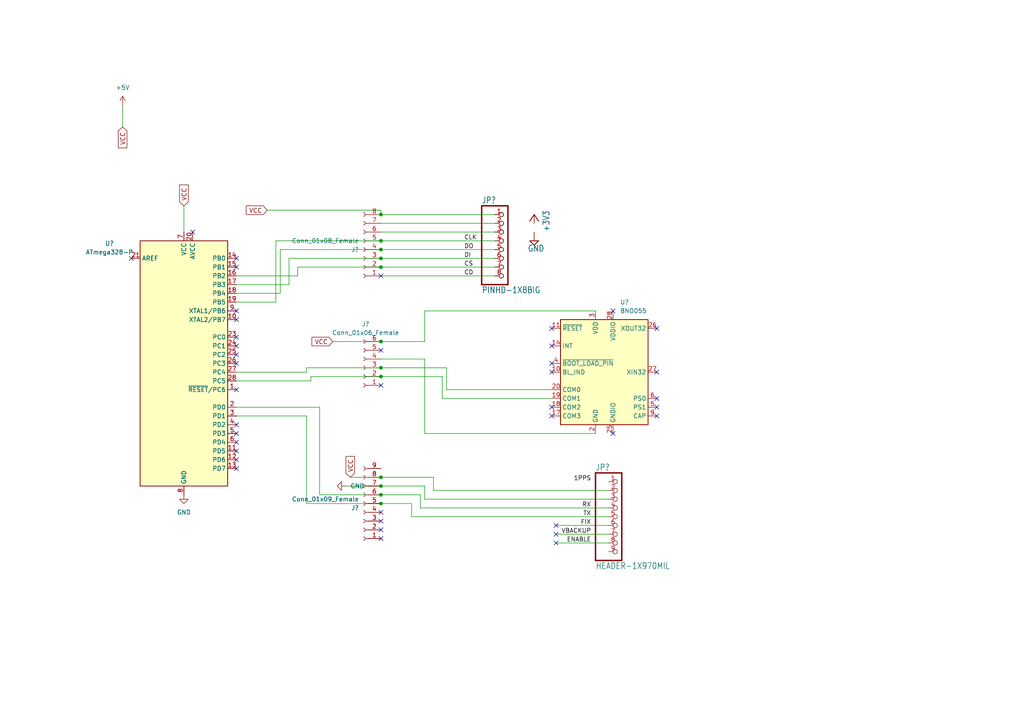
<source format=kicad_sch>
(kicad_sch (version 20211123) (generator eeschema)
  (paper "A4")
  (lib_symbols
    (symbol "Adafruit Ultimate GPS-eagle-import:HEADER-1X970MIL"
      (property "Reference" "JP" (at -6.35 13.335 0))
      (property "Value" "HEADER-1X970MIL" (at -6.35 -15.24 0))
      (symbol "HEADER-1X970MIL_1_0"
        (polyline (pts (xy -6.35 -12.7) (xy 1.27 -12.7)) (stroke (width 0.4064)))
        (polyline (pts (xy -6.35 12.7) (xy -6.35 -12.7)) (stroke (width 0.4064)))
        (polyline (pts (xy 1.27 -12.7) (xy 1.27 12.7)) (stroke (width 0.4064)))
        (polyline (pts (xy 1.27 12.7) (xy -6.35 12.7)) (stroke (width 0.4064)))
        (pin passive inverted (at -2.54 10.16 0) (length 2.54) (name "1") (number "1"))
        (pin passive inverted (at -2.54 7.62 0) (length 2.54) (name "2") (number "2"))
        (pin passive inverted (at -2.54 5.08 0) (length 2.54) (name "3") (number "3"))
        (pin passive inverted (at -2.54 2.54 0) (length 2.54) (name "4") (number "4"))
        (pin passive inverted (at -2.54 0 0) (length 2.54) (name "5") (number "5"))
        (pin passive inverted (at -2.54 -2.54 0) (length 2.54) (name "6") (number "6"))
        (pin passive inverted (at -2.54 -5.08 0) (length 2.54) (name "7") (number "7"))
        (pin passive inverted (at -2.54 -7.62 0) (length 2.54) (name "8") (number "8"))
        (pin passive inverted (at -2.54 -10.16 0) (length 2.54) (name "9") (number "9"))
      )
    )
    (symbol "Connector:Conn_01x06_Female" (pin_names (offset 1.016) hide)
      (property "Reference" "J" (at 0 7.62 0))
      (property "Value" "Conn_01x06_Female" (at 0 -10.16 0))
      (symbol "Conn_01x06_Female_1_1"
        (arc (start 0 -7.112) (mid -0.508 -7.62) (end 0 -8.128) (stroke (width 0.1524)))
        (arc (start 0 -4.572) (mid -0.508 -5.08) (end 0 -5.588) (stroke (width 0.1524)))
        (arc (start 0 -2.032) (mid -0.508 -2.54) (end 0 -3.048) (stroke (width 0.1524)))
        (polyline (pts (xy -1.27 -7.62) (xy -0.508 -7.62)) (stroke (width 0.1524)))
        (polyline (pts (xy -1.27 -5.08) (xy -0.508 -5.08)) (stroke (width 0.1524)))
        (polyline (pts (xy -1.27 -2.54) (xy -0.508 -2.54)) (stroke (width 0.1524)))
        (polyline (pts (xy -1.27 0) (xy -0.508 0)) (stroke (width 0.1524)))
        (polyline (pts (xy -1.27 2.54) (xy -0.508 2.54)) (stroke (width 0.1524)))
        (polyline (pts (xy -1.27 5.08) (xy -0.508 5.08)) (stroke (width 0.1524)))
        (arc (start 0 0.508) (mid -0.508 0) (end 0 -0.508) (stroke (width 0.1524)))
        (arc (start 0 3.048) (mid -0.508 2.54) (end 0 2.032) (stroke (width 0.1524)))
        (arc (start 0 5.588) (mid -0.508 5.08) (end 0 4.572) (stroke (width 0.1524)))
        (pin passive line (at -5.08 5.08 0) (length 3.81) (name "Pin_1") (number "1"))
        (pin passive line (at -5.08 2.54 0) (length 3.81) (name "Pin_2") (number "2"))
        (pin passive line (at -5.08 0 0) (length 3.81) (name "Pin_3") (number "3"))
        (pin passive line (at -5.08 -2.54 0) (length 3.81) (name "Pin_4") (number "4"))
        (pin passive line (at -5.08 -5.08 0) (length 3.81) (name "Pin_5") (number "5"))
        (pin passive line (at -5.08 -7.62 0) (length 3.81) (name "Pin_6") (number "6"))
      )
    )
    (symbol "Connector:Conn_01x08_Female" (pin_names (offset 1.016) hide)
      (property "Reference" "J" (at 0 10.16 0))
      (property "Value" "Conn_01x08_Female" (at 0 -12.7 0))
      (symbol "Conn_01x08_Female_1_1"
        (arc (start 0 -9.652) (mid -0.508 -10.16) (end 0 -10.668) (stroke (width 0.1524)))
        (arc (start 0 -7.112) (mid -0.508 -7.62) (end 0 -8.128) (stroke (width 0.1524)))
        (arc (start 0 -4.572) (mid -0.508 -5.08) (end 0 -5.588) (stroke (width 0.1524)))
        (arc (start 0 -2.032) (mid -0.508 -2.54) (end 0 -3.048) (stroke (width 0.1524)))
        (polyline (pts (xy -1.27 -10.16) (xy -0.508 -10.16)) (stroke (width 0.1524)))
        (polyline (pts (xy -1.27 -7.62) (xy -0.508 -7.62)) (stroke (width 0.1524)))
        (polyline (pts (xy -1.27 -5.08) (xy -0.508 -5.08)) (stroke (width 0.1524)))
        (polyline (pts (xy -1.27 -2.54) (xy -0.508 -2.54)) (stroke (width 0.1524)))
        (polyline (pts (xy -1.27 0) (xy -0.508 0)) (stroke (width 0.1524)))
        (polyline (pts (xy -1.27 2.54) (xy -0.508 2.54)) (stroke (width 0.1524)))
        (polyline (pts (xy -1.27 5.08) (xy -0.508 5.08)) (stroke (width 0.1524)))
        (polyline (pts (xy -1.27 7.62) (xy -0.508 7.62)) (stroke (width 0.1524)))
        (arc (start 0 0.508) (mid -0.508 0) (end 0 -0.508) (stroke (width 0.1524)))
        (arc (start 0 3.048) (mid -0.508 2.54) (end 0 2.032) (stroke (width 0.1524)))
        (arc (start 0 5.588) (mid -0.508 5.08) (end 0 4.572) (stroke (width 0.1524)))
        (arc (start 0 8.128) (mid -0.508 7.62) (end 0 7.112) (stroke (width 0.1524)))
        (pin passive line (at -5.08 7.62 0) (length 3.81) (name "Pin_1") (number "1"))
        (pin passive line (at -5.08 5.08 0) (length 3.81) (name "Pin_2") (number "2"))
        (pin passive line (at -5.08 2.54 0) (length 3.81) (name "Pin_3") (number "3"))
        (pin passive line (at -5.08 0 0) (length 3.81) (name "Pin_4") (number "4"))
        (pin passive line (at -5.08 -2.54 0) (length 3.81) (name "Pin_5") (number "5"))
        (pin passive line (at -5.08 -5.08 0) (length 3.81) (name "Pin_6") (number "6"))
        (pin passive line (at -5.08 -7.62 0) (length 3.81) (name "Pin_7") (number "7"))
        (pin passive line (at -5.08 -10.16 0) (length 3.81) (name "Pin_8") (number "8"))
      )
    )
    (symbol "Connector:Conn_01x09_Female" (pin_names (offset 1.016) hide)
      (property "Reference" "J" (at 0 12.7 0))
      (property "Value" "Conn_01x09_Female" (at 0 -12.7 0))
      (symbol "Conn_01x09_Female_1_1"
        (arc (start 0 -9.652) (mid -0.508 -10.16) (end 0 -10.668) (stroke (width 0.1524)))
        (arc (start 0 -7.112) (mid -0.508 -7.62) (end 0 -8.128) (stroke (width 0.1524)))
        (arc (start 0 -4.572) (mid -0.508 -5.08) (end 0 -5.588) (stroke (width 0.1524)))
        (arc (start 0 -2.032) (mid -0.508 -2.54) (end 0 -3.048) (stroke (width 0.1524)))
        (polyline (pts (xy -1.27 -10.16) (xy -0.508 -10.16)) (stroke (width 0.1524)))
        (polyline (pts (xy -1.27 -7.62) (xy -0.508 -7.62)) (stroke (width 0.1524)))
        (polyline (pts (xy -1.27 -5.08) (xy -0.508 -5.08)) (stroke (width 0.1524)))
        (polyline (pts (xy -1.27 -2.54) (xy -0.508 -2.54)) (stroke (width 0.1524)))
        (polyline (pts (xy -1.27 0) (xy -0.508 0)) (stroke (width 0.1524)))
        (polyline (pts (xy -1.27 2.54) (xy -0.508 2.54)) (stroke (width 0.1524)))
        (polyline (pts (xy -1.27 5.08) (xy -0.508 5.08)) (stroke (width 0.1524)))
        (polyline (pts (xy -1.27 7.62) (xy -0.508 7.62)) (stroke (width 0.1524)))
        (polyline (pts (xy -1.27 10.16) (xy -0.508 10.16)) (stroke (width 0.1524)))
        (arc (start 0 0.508) (mid -0.508 0) (end 0 -0.508) (stroke (width 0.1524)))
        (arc (start 0 3.048) (mid -0.508 2.54) (end 0 2.032) (stroke (width 0.1524)))
        (arc (start 0 5.588) (mid -0.508 5.08) (end 0 4.572) (stroke (width 0.1524)))
        (arc (start 0 8.128) (mid -0.508 7.62) (end 0 7.112) (stroke (width 0.1524)))
        (arc (start 0 10.668) (mid -0.508 10.16) (end 0 9.652) (stroke (width 0.1524)))
        (pin passive line (at -5.08 10.16 0) (length 3.81) (name "Pin_1") (number "1"))
        (pin passive line (at -5.08 7.62 0) (length 3.81) (name "Pin_2") (number "2"))
        (pin passive line (at -5.08 5.08 0) (length 3.81) (name "Pin_3") (number "3"))
        (pin passive line (at -5.08 2.54 0) (length 3.81) (name "Pin_4") (number "4"))
        (pin passive line (at -5.08 0 0) (length 3.81) (name "Pin_5") (number "5"))
        (pin passive line (at -5.08 -2.54 0) (length 3.81) (name "Pin_6") (number "6"))
        (pin passive line (at -5.08 -5.08 0) (length 3.81) (name "Pin_7") (number "7"))
        (pin passive line (at -5.08 -7.62 0) (length 3.81) (name "Pin_8") (number "8"))
        (pin passive line (at -5.08 -10.16 0) (length 3.81) (name "Pin_9") (number "9"))
      )
    )
    (symbol "MCU_Microchip_ATmega:ATmega328-P"
      (property "Reference" "U" (at -12.7 36.83 0))
      (property "Value" "ATmega328-P" (at 2.54 -36.83 0))
      (symbol "ATmega328-P_0_1"
        (rectangle (start -12.7 -35.56) (end 12.7 35.56) (stroke (width 0.254)) (fill (type background)))
      )
      (symbol "ATmega328-P_1_1"
        (pin bidirectional line (at 15.24 -7.62 180) (length 2.54) (name "~{RESET}/PC6") (number "1"))
        (pin bidirectional line (at 15.24 12.7 180) (length 2.54) (name "XTAL2/PB7") (number "10"))
        (pin bidirectional line (at 15.24 -25.4 180) (length 2.54) (name "PD5") (number "11"))
        (pin bidirectional line (at 15.24 -27.94 180) (length 2.54) (name "PD6") (number "12"))
        (pin bidirectional line (at 15.24 -30.48 180) (length 2.54) (name "PD7") (number "13"))
        (pin bidirectional line (at 15.24 30.48 180) (length 2.54) (name "PB0") (number "14"))
        (pin bidirectional line (at 15.24 27.94 180) (length 2.54) (name "PB1") (number "15"))
        (pin bidirectional line (at 15.24 25.4 180) (length 2.54) (name "PB2") (number "16"))
        (pin bidirectional line (at 15.24 22.86 180) (length 2.54) (name "PB3") (number "17"))
        (pin bidirectional line (at 15.24 20.32 180) (length 2.54) (name "PB4") (number "18"))
        (pin bidirectional line (at 15.24 17.78 180) (length 2.54) (name "PB5") (number "19"))
        (pin bidirectional line (at 15.24 -12.7 180) (length 2.54) (name "PD0") (number "2"))
        (pin power_in line (at 2.54 38.1 270) (length 2.54) (name "AVCC") (number "20"))
        (pin passive line (at -15.24 30.48 0) (length 2.54) (name "AREF") (number "21"))
        (pin passive line (at 0 -38.1 90) (length 2.54) hide (name "GND") (number "22"))
        (pin bidirectional line (at 15.24 7.62 180) (length 2.54) (name "PC0") (number "23"))
        (pin bidirectional line (at 15.24 5.08 180) (length 2.54) (name "PC1") (number "24"))
        (pin bidirectional line (at 15.24 2.54 180) (length 2.54) (name "PC2") (number "25"))
        (pin bidirectional line (at 15.24 0 180) (length 2.54) (name "PC3") (number "26"))
        (pin bidirectional line (at 15.24 -2.54 180) (length 2.54) (name "PC4") (number "27"))
        (pin bidirectional line (at 15.24 -5.08 180) (length 2.54) (name "PC5") (number "28"))
        (pin bidirectional line (at 15.24 -15.24 180) (length 2.54) (name "PD1") (number "3"))
        (pin bidirectional line (at 15.24 -17.78 180) (length 2.54) (name "PD2") (number "4"))
        (pin bidirectional line (at 15.24 -20.32 180) (length 2.54) (name "PD3") (number "5"))
        (pin bidirectional line (at 15.24 -22.86 180) (length 2.54) (name "PD4") (number "6"))
        (pin power_in line (at 0 38.1 270) (length 2.54) (name "VCC") (number "7"))
        (pin power_in line (at 0 -38.1 90) (length 2.54) (name "GND") (number "8"))
        (pin bidirectional line (at 15.24 15.24 180) (length 2.54) (name "XTAL1/PB6") (number "9"))
      )
    )
    (symbol "Sensor_Motion:BNO055"
      (property "Reference" "U" (at -11.43 16.51 0))
      (property "Value" "BNO055" (at 12.7 16.51 0))
      (symbol "BNO055_0_1"
        (rectangle (start -12.7 15.24) (end 12.7 -15.24) (stroke (width 0.254)) (fill (type background)))
      )
      (symbol "BNO055_1_1"
        (pin no_connect line (at -12.7 10.16 0) (length 2.54) hide (name "PIN1") (number "1"))
        (pin output line (at -15.24 0 0) (length 2.54) (name "BL_IND") (number "10"))
        (pin input line (at -15.24 12.7 0) (length 2.54) (name "~{RESET}") (number "11"))
        (pin no_connect line (at 12.7 10.16 180) (length 2.54) hide (name "PIN12") (number "12"))
        (pin no_connect line (at 12.7 7.62 180) (length 2.54) hide (name "PIN13") (number "13"))
        (pin output line (at -15.24 7.62 0) (length 2.54) (name "INT") (number "14"))
        (pin passive line (at 2.54 -17.78 90) (length 2.54) hide (name "GNDIO") (number "15"))
        (pin passive line (at 2.54 -17.78 90) (length 2.54) hide (name "GNDIO") (number "16"))
        (pin input line (at -15.24 -12.7 0) (length 2.54) (name "COM3") (number "17"))
        (pin bidirectional line (at -15.24 -10.16 0) (length 2.54) (name "COM2") (number "18"))
        (pin bidirectional line (at -15.24 -7.62 0) (length 2.54) (name "COM1") (number "19"))
        (pin power_in line (at -2.54 -17.78 90) (length 2.54) (name "GND") (number "2"))
        (pin bidirectional line (at -15.24 -5.08 0) (length 2.54) (name "COM0") (number "20"))
        (pin no_connect line (at 12.7 5.08 180) (length 2.54) hide (name "PIN21") (number "21"))
        (pin no_connect line (at 12.7 2.54 180) (length 2.54) hide (name "PIN22") (number "22"))
        (pin no_connect line (at 12.7 -2.54 180) (length 2.54) hide (name "PIN23") (number "23"))
        (pin no_connect line (at 12.7 -5.08 180) (length 2.54) hide (name "PIN24") (number "24"))
        (pin power_in line (at 2.54 -17.78 90) (length 2.54) (name "GNDIO") (number "25"))
        (pin output line (at 15.24 12.7 180) (length 2.54) (name "XOUT32") (number "26"))
        (pin input line (at 15.24 0 180) (length 2.54) (name "XIN32") (number "27"))
        (pin power_in line (at 2.54 17.78 270) (length 2.54) (name "VDDIO") (number "28"))
        (pin power_in line (at -2.54 17.78 270) (length 2.54) (name "VDD") (number "3"))
        (pin input line (at -15.24 2.54 0) (length 2.54) (name "~{BOOT_LOAD_PIN}") (number "4"))
        (pin input line (at 15.24 -10.16 180) (length 2.54) (name "PS1") (number "5"))
        (pin input line (at 15.24 -7.62 180) (length 2.54) (name "PS0") (number "6"))
        (pin no_connect line (at -12.7 5.08 0) (length 2.54) hide (name "PIN7") (number "7"))
        (pin no_connect line (at -12.7 -2.54 0) (length 2.54) hide (name "PIN8") (number "8"))
        (pin passive line (at 15.24 -12.7 180) (length 2.54) (name "CAP") (number "9"))
      )
    )
    (symbol "microsd-eagle-import:+3V3" (power)
      (property "Value" "+3V3" (at -2.54 -5.08 90))
      (symbol "+3V3_1_0"
        (polyline (pts (xy 0 0) (xy -1.27 -1.905)) (stroke (width 0.254)))
        (polyline (pts (xy 1.27 -1.905) (xy 0 0)) (stroke (width 0.254)))
        (pin power_in line (at 0 -2.54 90) (length 2.54) (name "+3V3") (number "1"))
      )
    )
    (symbol "microsd-eagle-import:GND" (power)
      (property "Value" "GND" (at -1.905 -3.175 0))
      (symbol "GND_1_0"
        (polyline (pts (xy -1.27 0) (xy 1.27 0)) (stroke (width 0.254)))
        (polyline (pts (xy 0 -1.27) (xy -1.27 0)) (stroke (width 0.254)))
        (polyline (pts (xy 1.27 0) (xy 0 -1.27)) (stroke (width 0.254)))
        (pin power_in line (at 0 2.54 270) (length 2.54) (name "GND") (number "1"))
      )
    )
    (symbol "microsd-eagle-import:PINHD-1X8BIG"
      (property "Reference" "JP" (at -6.35 10.795 0))
      (property "Value" "PINHD-1X8BIG" (at -6.35 -15.24 0))
      (symbol "PINHD-1X8BIG_1_0"
        (polyline (pts (xy -6.35 -12.7) (xy 1.27 -12.7)) (stroke (width 0.4064)))
        (polyline (pts (xy -6.35 10.16) (xy -6.35 -12.7)) (stroke (width 0.4064)))
        (polyline (pts (xy 1.27 -12.7) (xy 1.27 10.16)) (stroke (width 0.4064)))
        (polyline (pts (xy 1.27 10.16) (xy -6.35 10.16)) (stroke (width 0.4064)))
        (pin passive inverted (at -2.54 7.62 0) (length 2.54) (name "1") (number "1"))
        (pin passive inverted (at -2.54 5.08 0) (length 2.54) (name "2") (number "2"))
        (pin passive inverted (at -2.54 2.54 0) (length 2.54) (name "3") (number "3"))
        (pin passive inverted (at -2.54 0 0) (length 2.54) (name "4") (number "4"))
        (pin passive inverted (at -2.54 -2.54 0) (length 2.54) (name "5") (number "5"))
        (pin passive inverted (at -2.54 -5.08 0) (length 2.54) (name "6") (number "6"))
        (pin passive inverted (at -2.54 -7.62 0) (length 2.54) (name "7") (number "7"))
        (pin passive inverted (at -2.54 -10.16 0) (length 2.54) (name "8") (number "8"))
      )
    )
    (symbol "power:+5V" (power) (pin_names (offset 0))
      (property "Value" "+5V" (at 0 3.556 0))
      (symbol "+5V_0_1"
        (polyline (pts (xy -0.762 1.27) (xy 0 2.54)))
        (polyline (pts (xy 0 0) (xy 0 2.54)))
        (polyline (pts (xy 0 2.54) (xy 0.762 1.27)))
      )
      (symbol "+5V_1_1"
        (pin power_in line (at 0 0 90) (length 0) hide (name "+5V") (number "1"))
      )
    )
    (symbol "power:GND" (power) (pin_names (offset 0))
      (property "Value" "GND" (at 0 -3.81 0))
      (symbol "GND_0_1"
        (polyline (pts (xy 0 0) (xy 0 -1.27) (xy 1.27 -1.27) (xy 0 -2.54) (xy -1.27 -1.27) (xy 0 -1.27)))
      )
      (symbol "GND_1_1"
        (pin power_in line (at 0 0 270) (length 0) hide (name "GND") (number "1"))
      )
    )
  )
  (junction (at 110.49 140.97))
  (junction (at 110.49 143.51))
  (junction (at 110.49 77.47))
  (junction (at 110.49 62.23))
  (junction (at 110.49 72.39))
  (junction (at 110.49 99.06))
  (junction (at 110.49 146.05))
  (junction (at 110.49 69.85))
  (junction (at 110.49 106.68))
  (junction (at 110.49 74.93))
  (junction (at 110.49 138.43))
  (junction (at 110.49 109.22))
  (no_connect (at 68.58 74.93))
  (no_connect (at 160.02 100.33))
  (no_connect (at 110.49 156.21))
  (no_connect (at 160.02 120.65))
  (no_connect (at 68.58 130.81))
  (no_connect (at 110.49 80.01))
  (no_connect (at 68.58 90.17))
  (no_connect (at 190.5 95.25))
  (no_connect (at 177.8 125.73))
  (no_connect (at 68.58 92.71))
  (no_connect (at 68.58 125.73))
  (no_connect (at 110.49 111.76))
  (no_connect (at 68.58 100.33))
  (no_connect (at 160.02 107.95))
  (no_connect (at 68.58 102.87))
  (no_connect (at 190.5 107.95))
  (no_connect (at 68.58 133.35))
  (no_connect (at 190.5 115.57))
  (no_connect (at 110.49 153.67))
  (no_connect (at 68.58 105.41))
  (no_connect (at 161.29 152.4))
  (no_connect (at 68.58 135.89))
  (no_connect (at 110.49 101.6))
  (no_connect (at 110.49 148.59))
  (no_connect (at 68.58 123.19))
  (no_connect (at 190.5 120.65))
  (no_connect (at 68.58 113.03))
  (no_connect (at 38.1 74.93))
  (no_connect (at 161.29 154.94))
  (no_connect (at 190.5 118.11))
  (no_connect (at 68.58 77.47))
  (no_connect (at 68.58 128.27))
  (no_connect (at 160.02 95.25))
  (no_connect (at 110.49 151.13))
  (no_connect (at 55.88 67.31))
  (no_connect (at 160.02 118.11))
  (no_connect (at 177.8 90.17))
  (no_connect (at 68.58 97.79))
  (no_connect (at 161.29 157.48))
  (no_connect (at 160.02 105.41))
  (wire (pts (xy 90.17 110.49) (xy 90.17 109.22)))
  (wire (pts (xy 81.28 72.39) (xy 110.49 72.39)))
  (wire (pts (xy 53.34 59.69) (xy 53.34 67.31)))
  (wire (pts (xy 176.53 154.94) (xy 161.29 154.94)))
  (wire (pts (xy 125.73 142.24) (xy 176.53 142.24)))
  (wire (pts (xy 119.38 146.05) (xy 119.38 149.86)))
  (wire (pts (xy 172.72 90.17) (xy 123.19 90.17)))
  (wire (pts (xy 90.17 109.22) (xy 110.49 109.22)))
  (wire (pts (xy 88.9 120.65) (xy 88.9 146.05)))
  (wire (pts (xy 125.73 138.43) (xy 110.49 138.43)))
  (wire (pts (xy 110.49 67.31) (xy 143.51 67.31)))
  (wire (pts (xy 68.58 85.09) (xy 81.28 85.09)))
  (wire (pts (xy 123.19 125.73) (xy 172.72 125.73)))
  (wire (pts (xy 128.27 115.57) (xy 128.27 109.22)))
  (wire (pts (xy 110.49 109.22) (xy 128.27 109.22)))
  (wire (pts (xy 68.58 82.55) (xy 83.82 82.55)))
  (wire (pts (xy 68.58 120.65) (xy 88.9 120.65)))
  (wire (pts (xy 81.28 85.09) (xy 81.28 72.39)))
  (wire (pts (xy 125.73 142.24) (xy 125.73 138.43)))
  (wire (pts (xy 129.54 113.03) (xy 129.54 106.68)))
  (wire (pts (xy 110.49 146.05) (xy 119.38 146.05)))
  (wire (pts (xy 110.49 80.01) (xy 143.51 80.01)))
  (wire (pts (xy 160.02 113.03) (xy 129.54 113.03)))
  (wire (pts (xy 110.49 104.14) (xy 123.19 104.14)))
  (wire (pts (xy 83.82 82.55) (xy 83.82 74.93)))
  (wire (pts (xy 92.71 143.51) (xy 110.49 143.51)))
  (wire (pts (xy 110.49 64.77) (xy 143.51 64.77)))
  (wire (pts (xy 100.33 140.97) (xy 110.49 140.97)))
  (wire (pts (xy 176.53 152.4) (xy 161.29 152.4)))
  (wire (pts (xy 176.53 157.48) (xy 161.29 157.48)))
  (wire (pts (xy 123.19 144.78) (xy 176.53 144.78)))
  (wire (pts (xy 110.49 77.47) (xy 143.51 77.47)))
  (wire (pts (xy 121.92 147.32) (xy 176.53 147.32)))
  (wire (pts (xy 68.58 107.95) (xy 88.9 107.95)))
  (wire (pts (xy 88.9 107.95) (xy 88.9 106.68)))
  (wire (pts (xy 110.49 72.39) (xy 143.51 72.39)))
  (wire (pts (xy 110.49 74.93) (xy 143.51 74.93)))
  (wire (pts (xy 119.38 149.86) (xy 176.53 149.86)))
  (wire (pts (xy 129.54 106.68) (xy 110.49 106.68)))
  (wire (pts (xy 77.47 60.96) (xy 110.49 60.96)))
  (wire (pts (xy 80.01 69.85) (xy 110.49 69.85)))
  (wire (pts (xy 121.92 143.51) (xy 121.92 147.32)))
  (wire (pts (xy 123.19 104.14) (xy 123.19 125.73)))
  (wire (pts (xy 110.49 143.51) (xy 121.92 143.51)))
  (wire (pts (xy 86.36 77.47) (xy 110.49 77.47)))
  (wire (pts (xy 123.19 140.97) (xy 110.49 140.97)))
  (wire (pts (xy 160.02 115.57) (xy 128.27 115.57)))
  (wire (pts (xy 123.19 99.06) (xy 110.49 99.06)))
  (wire (pts (xy 35.56 36.83) (xy 35.56 30.48)))
  (wire (pts (xy 88.9 106.68) (xy 110.49 106.68)))
  (wire (pts (xy 110.49 62.23) (xy 143.51 62.23)))
  (wire (pts (xy 92.71 118.11) (xy 92.71 143.51)))
  (wire (pts (xy 68.58 110.49) (xy 90.17 110.49)))
  (wire (pts (xy 123.19 90.17) (xy 123.19 99.06)))
  (wire (pts (xy 110.49 60.96) (xy 110.49 62.23)))
  (wire (pts (xy 68.58 80.01) (xy 86.36 80.01)))
  (wire (pts (xy 86.36 80.01) (xy 86.36 77.47)))
  (wire (pts (xy 80.01 87.63) (xy 80.01 69.85)))
  (wire (pts (xy 123.19 144.78) (xy 123.19 140.97)))
  (wire (pts (xy 110.49 69.85) (xy 143.51 69.85)))
  (wire (pts (xy 68.58 118.11) (xy 92.71 118.11)))
  (wire (pts (xy 83.82 74.93) (xy 110.49 74.93)))
  (wire (pts (xy 101.6 138.43) (xy 110.49 138.43)))
  (wire (pts (xy 88.9 146.05) (xy 110.49 146.05)))
  (wire (pts (xy 68.58 87.63) (xy 80.01 87.63)))
  (wire (pts (xy 96.52 99.06) (xy 110.49 99.06)))
  (label "DI" (at 134.62 74.93 0) (effects (font (size 1.2446 1.2446))))
  (label "1PPS" (at 171.45 139.7 180) (effects (font (size 1.2446 1.2446))))
  (label "TX" (at 171.45 149.86 180) (effects (font (size 1.2446 1.2446))))
  (label "VBACKUP" (at 171.45 154.94 180) (effects (font (size 1.2446 1.2446))))
  (label "ENABLE" (at 171.45 157.48 180) (effects (font (size 1.2446 1.2446))))
  (label "CD" (at 134.62 80.01 0) (effects (font (size 1.2446 1.2446))))
  (label "DO" (at 134.62 72.39 0) (effects (font (size 1.2446 1.2446))))
  (label "CS" (at 134.62 77.47 0) (effects (font (size 1.2446 1.2446))))
  (label "CLK" (at 134.62 69.85 0) (effects (font (size 1.2446 1.2446))))
  (label "RX" (at 171.45 147.32 180) (effects (font (size 1.2446 1.2446))))
  (label "FIX" (at 171.45 152.4 180) (effects (font (size 1.2446 1.2446))))
  (global_label "VCC" (shape input) (at 96.52 99.06 180) (property "Intersheet References" "${INTERSHEET_REFS}" (effects hide)))
  (global_label "VCC" (shape input) (at 101.6 138.43 90) (property "Intersheet References" "${INTERSHEET_REFS}" (effects hide)))
  (global_label "VCC" (shape input) (at 35.56 36.83 270) (property "Intersheet References" "${INTERSHEET_REFS}" (effects hide)))
  (global_label "VCC" (shape input) (at 77.47 60.96 180) (property "Intersheet References" "${INTERSHEET_REFS}" (effects hide)))
  (global_label "VCC" (shape input) (at 53.34 59.69 90) (property "Intersheet References" "${INTERSHEET_REFS}" (effects hide)))
  (symbol (lib_id "microsd-eagle-import:PINHD-1X8BIG") (at 146.05 69.85 0) (unit 1)
    (property "Reference" "JP?" (at 139.7 59.055 0) (effects (font (size 1.778 1.5113)) (justify left bottom)))
    (property "Value" "PINHD-1X8BIG" (at 139.7 85.09 0) (effects (font (size 1.778 1.5113)) (justify left bottom)))
    (property "Footprint" "microsd:1X08-BIG" (effects hide))
  )
  (symbol (lib_id "MCU_Microchip_ATmega:ATmega328-P") (at 53.34 105.41 0) (unit 1)
    (property "Reference" "U?" (at 31.75 70.5993 0))
    (property "Value" "ATmega328-P" (at 31.75 73.1393 0))
    (property "Footprint" "Package_DIP:DIP-28_W7.62mm" (effects hide))
    (property "Datasheet" "http://ww1.microchip.com/downloads/en/DeviceDoc/ATmega328_P%20AVR%20MCU%20with%20picoPower%20Technology%20Data%20Sheet%2040001984A.pdf" (effects hide))
  )
  (symbol (lib_id "Sensor_Motion:BNO055") (at 175.26 107.95 0) (unit 1)
    (property "Reference" "U?" (at 179.8194 87.63 0) (effects (justify left)))
    (property "Value" "BNO055" (at 179.8194 90.17 0) (effects (justify left)))
    (property "Footprint" "Package_LGA:LGA-28_5.2x3.8mm_P0.5mm" (effects hide))
    (property "Datasheet" "https://ae-bst.resource.bosch.com/media/_tech/media/datasheets/BST_BNO055_DS000_14.pdf" (effects hide))
  )
  (symbol (lib_id "microsd-eagle-import:GND") (at 154.94 69.85 0) (unit 1)
    (property "Reference" "#SUPPLY0101" (effects hide))
    (property "Value" "GND" (at 153.035 73.025 0) (effects (font (size 1.778 1.5113)) (justify left bottom)))
    (property "Footprint" "microsd:" (effects hide))
  )
  (symbol (lib_id "Connector:Conn_01x06_Female") (at 105.41 106.68 180) (unit 1)
    (property "Reference" "J?" (at 106.045 93.98 0))
    (property "Value" "Conn_01x06_Female" (at 106.045 96.52 0))
  )
  (symbol (lib_id "power:GND") (at 100.33 140.97 270) (unit 1)
    (property "Reference" "#PWR?" (effects hide))
    (property "Value" "GND" (at 101.6 140.9699 90) (effects (justify left)))
  )
  (symbol (lib_id "power:+5V") (at 35.56 30.48 0) (unit 1)
    (property "Reference" "#PWR0101" (effects hide))
    (property "Value" "+5V" (at 35.56 25.4 0))
  )
  (symbol (lib_id "Adafruit Ultimate GPS-eagle-import:HEADER-1X970MIL") (at 179.07 149.86 0) (unit 1)
    (property "Reference" "JP?" (at 172.72 136.525 0) (effects (font (size 1.778 1.5113)) (justify left bottom)))
    (property "Value" "HEADER-1X970MIL" (at 172.72 165.1 0) (effects (font (size 1.778 1.5113)) (justify left bottom)))
    (property "Footprint" "Adafruit Ultimate GPS:1X09_ROUND_70" (effects hide))
  )
  (symbol (lib_id "power:GND") (at 53.34 143.51 0) (unit 1)
    (property "Reference" "#PWR0103" (effects hide))
    (property "Value" "GND" (at 53.34 148.59 0))
  )
  (symbol (lib_id "microsd-eagle-import:+3V3") (at 154.94 62.23 0) (mirror y) (unit 1)
    (property "Reference" "#+3V0101" (effects hide))
    (property "Value" "+3V3" (at 157.48 67.31 90) (effects (font (size 1.778 1.5113)) (justify left bottom)))
    (property "Footprint" "microsd:" (effects hide))
  )
  (symbol (lib_id "Connector:Conn_01x08_Female") (at 105.41 72.39 180) (unit 1)
    (property "Reference" "J?" (at 104.14 72.3901 0) (effects (justify left)))
    (property "Value" "Conn_01x08_Female" (at 104.14 69.8501 0) (effects (justify left)))
  )
  (symbol (lib_id "Connector:Conn_01x09_Female") (at 105.41 146.05 180) (unit 1)
    (property "Reference" "J?" (at 104.14 147.3201 0) (effects (justify left)))
    (property "Value" "Conn_01x09_Female" (at 104.14 144.7801 0) (effects (justify left)))
  )
)
</source>
